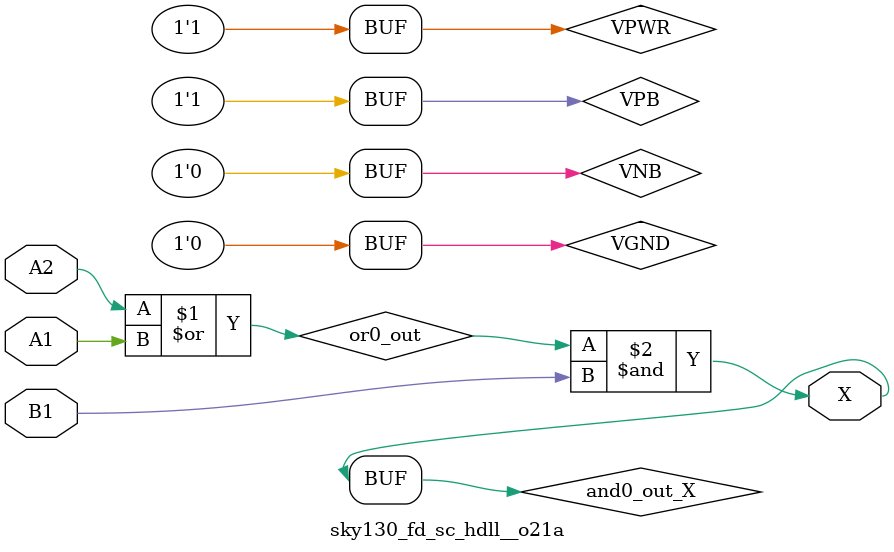
<source format=v>
/*
 * Copyright 2020 The SkyWater PDK Authors
 *
 * Licensed under the Apache License, Version 2.0 (the "License");
 * you may not use this file except in compliance with the License.
 * You may obtain a copy of the License at
 *
 *     https://www.apache.org/licenses/LICENSE-2.0
 *
 * Unless required by applicable law or agreed to in writing, software
 * distributed under the License is distributed on an "AS IS" BASIS,
 * WITHOUT WARRANTIES OR CONDITIONS OF ANY KIND, either express or implied.
 * See the License for the specific language governing permissions and
 * limitations under the License.
 *
 * SPDX-License-Identifier: Apache-2.0
*/


`ifndef SKY130_FD_SC_HDLL__O21A_TIMING_V
`define SKY130_FD_SC_HDLL__O21A_TIMING_V

/**
 * o21a: 2-input OR into first input of 2-input AND.
 *
 *       X = ((A1 | A2) & B1)
 *
 * Verilog simulation timing model.
 */

`timescale 1ns / 1ps
`default_nettype none

`celldefine
module sky130_fd_sc_hdll__o21a (
    X ,
    A1,
    A2,
    B1
);

    // Module ports
    output X ;
    input  A1;
    input  A2;
    input  B1;

    // Module supplies
    supply1 VPWR;
    supply0 VGND;
    supply1 VPB ;
    supply0 VNB ;

    // Local signals
    wire or0_out   ;
    wire and0_out_X;

    //  Name  Output      Other arguments
    or  or0  (or0_out   , A2, A1         );
    and and0 (and0_out_X, or0_out, B1    );
    buf buf0 (X         , and0_out_X     );

endmodule
`endcelldefine

`default_nettype wire
`endif  // SKY130_FD_SC_HDLL__O21A_TIMING_V

</source>
